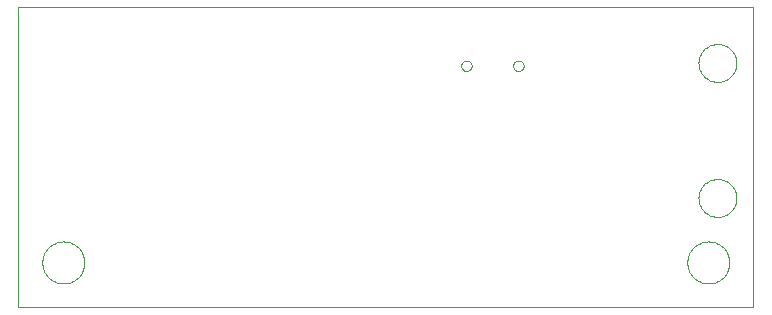
<source format=gko>
G75*
G70*
%OFA0B0*%
%FSLAX24Y24*%
%IPPOS*%
%LPD*%
%AMOC8*
5,1,8,0,0,1.08239X$1,22.5*
%
%ADD10C,0.0000*%
D10*
X002232Y001550D02*
X026732Y001550D01*
X026732Y011550D01*
X002232Y011550D01*
X002232Y001550D01*
X003032Y003050D02*
X003034Y003102D01*
X003040Y003154D01*
X003050Y003206D01*
X003063Y003256D01*
X003080Y003306D01*
X003101Y003354D01*
X003126Y003400D01*
X003154Y003444D01*
X003185Y003486D01*
X003219Y003526D01*
X003256Y003563D01*
X003296Y003597D01*
X003338Y003628D01*
X003382Y003656D01*
X003428Y003681D01*
X003476Y003702D01*
X003526Y003719D01*
X003576Y003732D01*
X003628Y003742D01*
X003680Y003748D01*
X003732Y003750D01*
X003784Y003748D01*
X003836Y003742D01*
X003888Y003732D01*
X003938Y003719D01*
X003988Y003702D01*
X004036Y003681D01*
X004082Y003656D01*
X004126Y003628D01*
X004168Y003597D01*
X004208Y003563D01*
X004245Y003526D01*
X004279Y003486D01*
X004310Y003444D01*
X004338Y003400D01*
X004363Y003354D01*
X004384Y003306D01*
X004401Y003256D01*
X004414Y003206D01*
X004424Y003154D01*
X004430Y003102D01*
X004432Y003050D01*
X004430Y002998D01*
X004424Y002946D01*
X004414Y002894D01*
X004401Y002844D01*
X004384Y002794D01*
X004363Y002746D01*
X004338Y002700D01*
X004310Y002656D01*
X004279Y002614D01*
X004245Y002574D01*
X004208Y002537D01*
X004168Y002503D01*
X004126Y002472D01*
X004082Y002444D01*
X004036Y002419D01*
X003988Y002398D01*
X003938Y002381D01*
X003888Y002368D01*
X003836Y002358D01*
X003784Y002352D01*
X003732Y002350D01*
X003680Y002352D01*
X003628Y002358D01*
X003576Y002368D01*
X003526Y002381D01*
X003476Y002398D01*
X003428Y002419D01*
X003382Y002444D01*
X003338Y002472D01*
X003296Y002503D01*
X003256Y002537D01*
X003219Y002574D01*
X003185Y002614D01*
X003154Y002656D01*
X003126Y002700D01*
X003101Y002746D01*
X003080Y002794D01*
X003063Y002844D01*
X003050Y002894D01*
X003040Y002946D01*
X003034Y002998D01*
X003032Y003050D01*
X016989Y009606D02*
X016991Y009632D01*
X016997Y009658D01*
X017007Y009683D01*
X017020Y009706D01*
X017036Y009726D01*
X017056Y009744D01*
X017078Y009759D01*
X017101Y009771D01*
X017127Y009779D01*
X017153Y009783D01*
X017179Y009783D01*
X017205Y009779D01*
X017231Y009771D01*
X017255Y009759D01*
X017276Y009744D01*
X017296Y009726D01*
X017312Y009706D01*
X017325Y009683D01*
X017335Y009658D01*
X017341Y009632D01*
X017343Y009606D01*
X017341Y009580D01*
X017335Y009554D01*
X017325Y009529D01*
X017312Y009506D01*
X017296Y009486D01*
X017276Y009468D01*
X017254Y009453D01*
X017231Y009441D01*
X017205Y009433D01*
X017179Y009429D01*
X017153Y009429D01*
X017127Y009433D01*
X017101Y009441D01*
X017077Y009453D01*
X017056Y009468D01*
X017036Y009486D01*
X017020Y009506D01*
X017007Y009529D01*
X016997Y009554D01*
X016991Y009580D01*
X016989Y009606D01*
X018721Y009606D02*
X018723Y009632D01*
X018729Y009658D01*
X018739Y009683D01*
X018752Y009706D01*
X018768Y009726D01*
X018788Y009744D01*
X018810Y009759D01*
X018833Y009771D01*
X018859Y009779D01*
X018885Y009783D01*
X018911Y009783D01*
X018937Y009779D01*
X018963Y009771D01*
X018987Y009759D01*
X019008Y009744D01*
X019028Y009726D01*
X019044Y009706D01*
X019057Y009683D01*
X019067Y009658D01*
X019073Y009632D01*
X019075Y009606D01*
X019073Y009580D01*
X019067Y009554D01*
X019057Y009529D01*
X019044Y009506D01*
X019028Y009486D01*
X019008Y009468D01*
X018986Y009453D01*
X018963Y009441D01*
X018937Y009433D01*
X018911Y009429D01*
X018885Y009429D01*
X018859Y009433D01*
X018833Y009441D01*
X018809Y009453D01*
X018788Y009468D01*
X018768Y009486D01*
X018752Y009506D01*
X018739Y009529D01*
X018729Y009554D01*
X018723Y009580D01*
X018721Y009606D01*
X024902Y009700D02*
X024904Y009750D01*
X024910Y009800D01*
X024920Y009849D01*
X024934Y009897D01*
X024951Y009944D01*
X024972Y009989D01*
X024997Y010033D01*
X025025Y010074D01*
X025057Y010113D01*
X025091Y010150D01*
X025128Y010184D01*
X025168Y010214D01*
X025210Y010241D01*
X025254Y010265D01*
X025300Y010286D01*
X025347Y010302D01*
X025395Y010315D01*
X025445Y010324D01*
X025494Y010329D01*
X025545Y010330D01*
X025595Y010327D01*
X025644Y010320D01*
X025693Y010309D01*
X025741Y010294D01*
X025787Y010276D01*
X025832Y010254D01*
X025875Y010228D01*
X025916Y010199D01*
X025955Y010167D01*
X025991Y010132D01*
X026023Y010094D01*
X026053Y010054D01*
X026080Y010011D01*
X026103Y009967D01*
X026122Y009921D01*
X026138Y009873D01*
X026150Y009824D01*
X026158Y009775D01*
X026162Y009725D01*
X026162Y009675D01*
X026158Y009625D01*
X026150Y009576D01*
X026138Y009527D01*
X026122Y009479D01*
X026103Y009433D01*
X026080Y009389D01*
X026053Y009346D01*
X026023Y009306D01*
X025991Y009268D01*
X025955Y009233D01*
X025916Y009201D01*
X025875Y009172D01*
X025832Y009146D01*
X025787Y009124D01*
X025741Y009106D01*
X025693Y009091D01*
X025644Y009080D01*
X025595Y009073D01*
X025545Y009070D01*
X025494Y009071D01*
X025445Y009076D01*
X025395Y009085D01*
X025347Y009098D01*
X025300Y009114D01*
X025254Y009135D01*
X025210Y009159D01*
X025168Y009186D01*
X025128Y009216D01*
X025091Y009250D01*
X025057Y009287D01*
X025025Y009326D01*
X024997Y009367D01*
X024972Y009411D01*
X024951Y009456D01*
X024934Y009503D01*
X024920Y009551D01*
X024910Y009600D01*
X024904Y009650D01*
X024902Y009700D01*
X024902Y005200D02*
X024904Y005250D01*
X024910Y005300D01*
X024920Y005349D01*
X024934Y005397D01*
X024951Y005444D01*
X024972Y005489D01*
X024997Y005533D01*
X025025Y005574D01*
X025057Y005613D01*
X025091Y005650D01*
X025128Y005684D01*
X025168Y005714D01*
X025210Y005741D01*
X025254Y005765D01*
X025300Y005786D01*
X025347Y005802D01*
X025395Y005815D01*
X025445Y005824D01*
X025494Y005829D01*
X025545Y005830D01*
X025595Y005827D01*
X025644Y005820D01*
X025693Y005809D01*
X025741Y005794D01*
X025787Y005776D01*
X025832Y005754D01*
X025875Y005728D01*
X025916Y005699D01*
X025955Y005667D01*
X025991Y005632D01*
X026023Y005594D01*
X026053Y005554D01*
X026080Y005511D01*
X026103Y005467D01*
X026122Y005421D01*
X026138Y005373D01*
X026150Y005324D01*
X026158Y005275D01*
X026162Y005225D01*
X026162Y005175D01*
X026158Y005125D01*
X026150Y005076D01*
X026138Y005027D01*
X026122Y004979D01*
X026103Y004933D01*
X026080Y004889D01*
X026053Y004846D01*
X026023Y004806D01*
X025991Y004768D01*
X025955Y004733D01*
X025916Y004701D01*
X025875Y004672D01*
X025832Y004646D01*
X025787Y004624D01*
X025741Y004606D01*
X025693Y004591D01*
X025644Y004580D01*
X025595Y004573D01*
X025545Y004570D01*
X025494Y004571D01*
X025445Y004576D01*
X025395Y004585D01*
X025347Y004598D01*
X025300Y004614D01*
X025254Y004635D01*
X025210Y004659D01*
X025168Y004686D01*
X025128Y004716D01*
X025091Y004750D01*
X025057Y004787D01*
X025025Y004826D01*
X024997Y004867D01*
X024972Y004911D01*
X024951Y004956D01*
X024934Y005003D01*
X024920Y005051D01*
X024910Y005100D01*
X024904Y005150D01*
X024902Y005200D01*
X024532Y003050D02*
X024534Y003102D01*
X024540Y003154D01*
X024550Y003206D01*
X024563Y003256D01*
X024580Y003306D01*
X024601Y003354D01*
X024626Y003400D01*
X024654Y003444D01*
X024685Y003486D01*
X024719Y003526D01*
X024756Y003563D01*
X024796Y003597D01*
X024838Y003628D01*
X024882Y003656D01*
X024928Y003681D01*
X024976Y003702D01*
X025026Y003719D01*
X025076Y003732D01*
X025128Y003742D01*
X025180Y003748D01*
X025232Y003750D01*
X025284Y003748D01*
X025336Y003742D01*
X025388Y003732D01*
X025438Y003719D01*
X025488Y003702D01*
X025536Y003681D01*
X025582Y003656D01*
X025626Y003628D01*
X025668Y003597D01*
X025708Y003563D01*
X025745Y003526D01*
X025779Y003486D01*
X025810Y003444D01*
X025838Y003400D01*
X025863Y003354D01*
X025884Y003306D01*
X025901Y003256D01*
X025914Y003206D01*
X025924Y003154D01*
X025930Y003102D01*
X025932Y003050D01*
X025930Y002998D01*
X025924Y002946D01*
X025914Y002894D01*
X025901Y002844D01*
X025884Y002794D01*
X025863Y002746D01*
X025838Y002700D01*
X025810Y002656D01*
X025779Y002614D01*
X025745Y002574D01*
X025708Y002537D01*
X025668Y002503D01*
X025626Y002472D01*
X025582Y002444D01*
X025536Y002419D01*
X025488Y002398D01*
X025438Y002381D01*
X025388Y002368D01*
X025336Y002358D01*
X025284Y002352D01*
X025232Y002350D01*
X025180Y002352D01*
X025128Y002358D01*
X025076Y002368D01*
X025026Y002381D01*
X024976Y002398D01*
X024928Y002419D01*
X024882Y002444D01*
X024838Y002472D01*
X024796Y002503D01*
X024756Y002537D01*
X024719Y002574D01*
X024685Y002614D01*
X024654Y002656D01*
X024626Y002700D01*
X024601Y002746D01*
X024580Y002794D01*
X024563Y002844D01*
X024550Y002894D01*
X024540Y002946D01*
X024534Y002998D01*
X024532Y003050D01*
M02*

</source>
